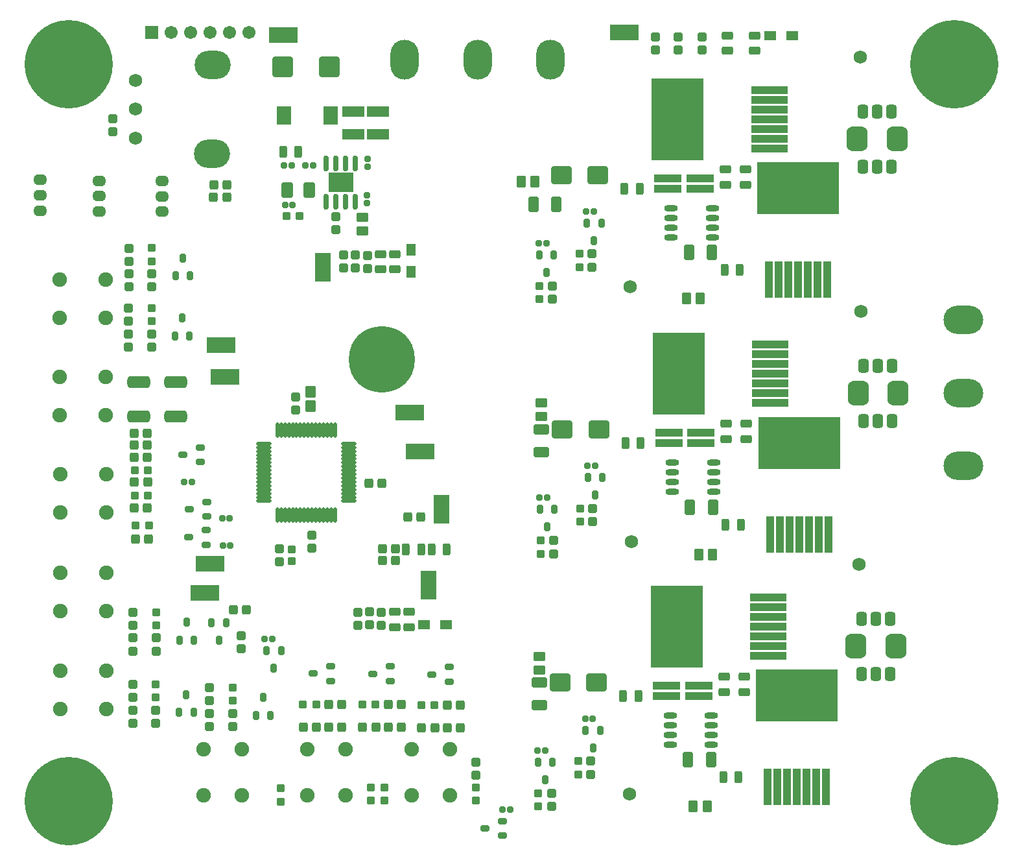
<source format=gts>
G04 Layer_Color=8388736*
%FSLAX25Y25*%
%MOIN*%
G70*
G01*
G75*
G04:AMPARAMS|DCode=87|XSize=39.5mil|YSize=39.5mil|CornerRadius=7.94mil|HoleSize=0mil|Usage=FLASHONLY|Rotation=270.000|XOffset=0mil|YOffset=0mil|HoleType=Round|Shape=RoundedRectangle|*
%AMROUNDEDRECTD87*
21,1,0.03950,0.02362,0,0,270.0*
21,1,0.02362,0.03950,0,0,270.0*
1,1,0.01587,-0.01181,-0.01181*
1,1,0.01587,-0.01181,0.01181*
1,1,0.01587,0.01181,0.01181*
1,1,0.01587,0.01181,-0.01181*
%
%ADD87ROUNDEDRECTD87*%
G04:AMPARAMS|DCode=88|XSize=31.62mil|YSize=47.37mil|CornerRadius=6.95mil|HoleSize=0mil|Usage=FLASHONLY|Rotation=180.000|XOffset=0mil|YOffset=0mil|HoleType=Round|Shape=RoundedRectangle|*
%AMROUNDEDRECTD88*
21,1,0.03162,0.03347,0,0,180.0*
21,1,0.01772,0.04737,0,0,180.0*
1,1,0.01391,-0.00886,0.01673*
1,1,0.01391,0.00886,0.01673*
1,1,0.01391,0.00886,-0.01673*
1,1,0.01391,-0.00886,-0.01673*
%
%ADD88ROUNDEDRECTD88*%
G04:AMPARAMS|DCode=89|XSize=63.12mil|YSize=47.37mil|CornerRadius=8.92mil|HoleSize=0mil|Usage=FLASHONLY|Rotation=0.000|XOffset=0mil|YOffset=0mil|HoleType=Round|Shape=RoundedRectangle|*
%AMROUNDEDRECTD89*
21,1,0.06312,0.02953,0,0,0.0*
21,1,0.04528,0.04737,0,0,0.0*
1,1,0.01784,0.02264,-0.01476*
1,1,0.01784,-0.02264,-0.01476*
1,1,0.01784,-0.02264,0.01476*
1,1,0.01784,0.02264,0.01476*
%
%ADD89ROUNDEDRECTD89*%
G04:AMPARAMS|DCode=90|XSize=31.62mil|YSize=31.62mil|CornerRadius=6.36mil|HoleSize=0mil|Usage=FLASHONLY|Rotation=180.000|XOffset=0mil|YOffset=0mil|HoleType=Round|Shape=RoundedRectangle|*
%AMROUNDEDRECTD90*
21,1,0.03162,0.01890,0,0,180.0*
21,1,0.01890,0.03162,0,0,180.0*
1,1,0.01272,-0.00945,0.00945*
1,1,0.01272,0.00945,0.00945*
1,1,0.01272,0.00945,-0.00945*
1,1,0.01272,-0.00945,-0.00945*
%
%ADD90ROUNDEDRECTD90*%
G04:AMPARAMS|DCode=91|XSize=47.37mil|YSize=43.43mil|CornerRadius=8.43mil|HoleSize=0mil|Usage=FLASHONLY|Rotation=180.000|XOffset=0mil|YOffset=0mil|HoleType=Round|Shape=RoundedRectangle|*
%AMROUNDEDRECTD91*
21,1,0.04737,0.02658,0,0,180.0*
21,1,0.03051,0.04343,0,0,180.0*
1,1,0.01686,-0.01526,0.01329*
1,1,0.01686,0.01526,0.01329*
1,1,0.01686,0.01526,-0.01329*
1,1,0.01686,-0.01526,-0.01329*
%
%ADD91ROUNDEDRECTD91*%
G04:AMPARAMS|DCode=92|XSize=47.37mil|YSize=43.43mil|CornerRadius=8.43mil|HoleSize=0mil|Usage=FLASHONLY|Rotation=270.000|XOffset=0mil|YOffset=0mil|HoleType=Round|Shape=RoundedRectangle|*
%AMROUNDEDRECTD92*
21,1,0.04737,0.02658,0,0,270.0*
21,1,0.03051,0.04343,0,0,270.0*
1,1,0.01686,-0.01329,-0.01526*
1,1,0.01686,-0.01329,0.01526*
1,1,0.01686,0.01329,0.01526*
1,1,0.01686,0.01329,-0.01526*
%
%ADD92ROUNDEDRECTD92*%
G04:AMPARAMS|DCode=93|XSize=39.5mil|YSize=39.5mil|CornerRadius=7.94mil|HoleSize=0mil|Usage=FLASHONLY|Rotation=180.000|XOffset=0mil|YOffset=0mil|HoleType=Round|Shape=RoundedRectangle|*
%AMROUNDEDRECTD93*
21,1,0.03950,0.02362,0,0,180.0*
21,1,0.02362,0.03950,0,0,180.0*
1,1,0.01587,-0.01181,0.01181*
1,1,0.01587,0.01181,0.01181*
1,1,0.01587,0.01181,-0.01181*
1,1,0.01587,-0.01181,-0.01181*
%
%ADD93ROUNDEDRECTD93*%
G04:AMPARAMS|DCode=94|XSize=31.62mil|YSize=47.37mil|CornerRadius=6.95mil|HoleSize=0mil|Usage=FLASHONLY|Rotation=90.000|XOffset=0mil|YOffset=0mil|HoleType=Round|Shape=RoundedRectangle|*
%AMROUNDEDRECTD94*
21,1,0.03162,0.03347,0,0,90.0*
21,1,0.01772,0.04737,0,0,90.0*
1,1,0.01391,0.01673,0.00886*
1,1,0.01391,0.01673,-0.00886*
1,1,0.01391,-0.01673,-0.00886*
1,1,0.01391,-0.01673,0.00886*
%
%ADD94ROUNDEDRECTD94*%
G04:AMPARAMS|DCode=95|XSize=106.42mil|YSize=94.61mil|CornerRadius=14.83mil|HoleSize=0mil|Usage=FLASHONLY|Rotation=0.000|XOffset=0mil|YOffset=0mil|HoleType=Round|Shape=RoundedRectangle|*
%AMROUNDEDRECTD95*
21,1,0.10642,0.06496,0,0,0.0*
21,1,0.07677,0.09461,0,0,0.0*
1,1,0.02965,0.03839,-0.03248*
1,1,0.02965,-0.03839,-0.03248*
1,1,0.02965,-0.03839,0.03248*
1,1,0.02965,0.03839,0.03248*
%
%ADD95ROUNDEDRECTD95*%
%ADD96O,0.02762X0.08274*%
%ADD97R,0.12605X0.09849*%
%ADD98R,0.07500X0.09500*%
G04:AMPARAMS|DCode=99|XSize=78.87mil|YSize=59.18mil|CornerRadius=10.4mil|HoleSize=0mil|Usage=FLASHONLY|Rotation=90.000|XOffset=0mil|YOffset=0mil|HoleType=Round|Shape=RoundedRectangle|*
%AMROUNDEDRECTD99*
21,1,0.07887,0.03839,0,0,90.0*
21,1,0.05807,0.05918,0,0,90.0*
1,1,0.02080,0.01919,0.02904*
1,1,0.02080,0.01919,-0.02904*
1,1,0.02080,-0.01919,-0.02904*
1,1,0.02080,-0.01919,0.02904*
%
%ADD99ROUNDEDRECTD99*%
G04:AMPARAMS|DCode=100|XSize=31.62mil|YSize=31.62mil|CornerRadius=6.36mil|HoleSize=0mil|Usage=FLASHONLY|Rotation=90.000|XOffset=0mil|YOffset=0mil|HoleType=Round|Shape=RoundedRectangle|*
%AMROUNDEDRECTD100*
21,1,0.03162,0.01890,0,0,90.0*
21,1,0.01890,0.03162,0,0,90.0*
1,1,0.01272,0.00945,0.00945*
1,1,0.01272,0.00945,-0.00945*
1,1,0.01272,-0.00945,-0.00945*
1,1,0.01272,-0.00945,0.00945*
%
%ADD100ROUNDEDRECTD100*%
G04:AMPARAMS|DCode=101|XSize=59.18mil|YSize=39.5mil|CornerRadius=7.94mil|HoleSize=0mil|Usage=FLASHONLY|Rotation=90.000|XOffset=0mil|YOffset=0mil|HoleType=Round|Shape=RoundedRectangle|*
%AMROUNDEDRECTD101*
21,1,0.05918,0.02362,0,0,90.0*
21,1,0.04331,0.03950,0,0,90.0*
1,1,0.01587,0.01181,0.02165*
1,1,0.01587,0.01181,-0.02165*
1,1,0.01587,-0.01181,-0.02165*
1,1,0.01587,-0.01181,0.02165*
%
%ADD101ROUNDEDRECTD101*%
%ADD102R,0.11400X0.05200*%
%ADD103R,0.42060X0.26540*%
%ADD104R,0.03950X0.18713*%
%ADD105O,0.07099X0.03162*%
%ADD106R,0.14186X0.04343*%
G04:AMPARAMS|DCode=107|XSize=59.18mil|YSize=39.5mil|CornerRadius=7.94mil|HoleSize=0mil|Usage=FLASHONLY|Rotation=180.000|XOffset=0mil|YOffset=0mil|HoleType=Round|Shape=RoundedRectangle|*
%AMROUNDEDRECTD107*
21,1,0.05918,0.02362,0,0,180.0*
21,1,0.04331,0.03950,0,0,180.0*
1,1,0.01587,-0.02165,0.01181*
1,1,0.01587,0.02165,0.01181*
1,1,0.01587,0.02165,-0.01181*
1,1,0.01587,-0.02165,-0.01181*
%
%ADD107ROUNDEDRECTD107*%
G04:AMPARAMS|DCode=108|XSize=78.87mil|YSize=53.28mil|CornerRadius=9.66mil|HoleSize=0mil|Usage=FLASHONLY|Rotation=0.000|XOffset=0mil|YOffset=0mil|HoleType=Round|Shape=RoundedRectangle|*
%AMROUNDEDRECTD108*
21,1,0.07887,0.03396,0,0,0.0*
21,1,0.05955,0.05328,0,0,0.0*
1,1,0.01932,0.02977,-0.01698*
1,1,0.01932,-0.02977,-0.01698*
1,1,0.01932,-0.02977,0.01698*
1,1,0.01932,0.02977,0.01698*
%
%ADD108ROUNDEDRECTD108*%
G04:AMPARAMS|DCode=109|XSize=78.87mil|YSize=53.28mil|CornerRadius=9.66mil|HoleSize=0mil|Usage=FLASHONLY|Rotation=270.000|XOffset=0mil|YOffset=0mil|HoleType=Round|Shape=RoundedRectangle|*
%AMROUNDEDRECTD109*
21,1,0.07887,0.03396,0,0,270.0*
21,1,0.05955,0.05328,0,0,270.0*
1,1,0.01932,-0.01698,-0.02977*
1,1,0.01932,-0.01698,0.02977*
1,1,0.01932,0.01698,0.02977*
1,1,0.01932,0.01698,-0.02977*
%
%ADD109ROUNDEDRECTD109*%
%ADD110O,0.01981X0.07887*%
%ADD111O,0.07887X0.01981*%
G04:AMPARAMS|DCode=112|XSize=126.11mil|YSize=106.42mil|CornerRadius=28.61mil|HoleSize=0mil|Usage=FLASHONLY|Rotation=90.000|XOffset=0mil|YOffset=0mil|HoleType=Round|Shape=RoundedRectangle|*
%AMROUNDEDRECTD112*
21,1,0.12611,0.04921,0,0,90.0*
21,1,0.06890,0.10642,0,0,90.0*
1,1,0.05721,0.02461,0.03445*
1,1,0.05721,0.02461,-0.03445*
1,1,0.05721,-0.02461,-0.03445*
1,1,0.05721,-0.02461,0.03445*
%
%ADD112ROUNDEDRECTD112*%
G04:AMPARAMS|DCode=113|XSize=70.99mil|YSize=55.24mil|CornerRadius=15.81mil|HoleSize=0mil|Usage=FLASHONLY|Rotation=270.000|XOffset=0mil|YOffset=0mil|HoleType=Round|Shape=RoundedRectangle|*
%AMROUNDEDRECTD113*
21,1,0.07099,0.02362,0,0,270.0*
21,1,0.03937,0.05524,0,0,270.0*
1,1,0.03162,-0.01181,-0.01969*
1,1,0.03162,-0.01181,0.01969*
1,1,0.03162,0.01181,0.01969*
1,1,0.03162,0.01181,-0.01969*
%
%ADD113ROUNDEDRECTD113*%
%ADD114R,0.06076X0.04737*%
%ADD115R,0.26540X0.42060*%
%ADD116R,0.18713X0.03950*%
%ADD117R,0.04737X0.06076*%
G04:AMPARAMS|DCode=118|XSize=63.12mil|YSize=47.37mil|CornerRadius=8.92mil|HoleSize=0mil|Usage=FLASHONLY|Rotation=90.000|XOffset=0mil|YOffset=0mil|HoleType=Round|Shape=RoundedRectangle|*
%AMROUNDEDRECTD118*
21,1,0.06312,0.02953,0,0,90.0*
21,1,0.04528,0.04737,0,0,90.0*
1,1,0.01784,0.01476,0.02264*
1,1,0.01784,0.01476,-0.02264*
1,1,0.01784,-0.01476,-0.02264*
1,1,0.01784,-0.01476,0.02264*
%
%ADD118ROUNDEDRECTD118*%
G04:AMPARAMS|DCode=119|XSize=55.24mil|YSize=61.15mil|CornerRadius=9.91mil|HoleSize=0mil|Usage=FLASHONLY|Rotation=180.000|XOffset=0mil|YOffset=0mil|HoleType=Round|Shape=RoundedRectangle|*
%AMROUNDEDRECTD119*
21,1,0.05524,0.04134,0,0,180.0*
21,1,0.03543,0.06115,0,0,180.0*
1,1,0.01981,-0.01772,0.02067*
1,1,0.01981,0.01772,0.02067*
1,1,0.01981,0.01772,-0.02067*
1,1,0.01981,-0.01772,-0.02067*
%
%ADD119ROUNDEDRECTD119*%
G04:AMPARAMS|DCode=120|XSize=117.65mil|YSize=63.12mil|CornerRadius=17.78mil|HoleSize=0mil|Usage=FLASHONLY|Rotation=0.000|XOffset=0mil|YOffset=0mil|HoleType=Round|Shape=RoundedRectangle|*
%AMROUNDEDRECTD120*
21,1,0.11765,0.02756,0,0,0.0*
21,1,0.08209,0.06312,0,0,0.0*
1,1,0.03556,0.04104,-0.01378*
1,1,0.03556,-0.04104,-0.01378*
1,1,0.03556,-0.04104,0.01378*
1,1,0.03556,0.04104,0.01378*
%
%ADD120ROUNDEDRECTD120*%
%ADD121R,0.07887X0.14579*%
%ADD122R,0.14579X0.07887*%
G04:AMPARAMS|DCode=123|XSize=104.46mil|YSize=108.39mil|CornerRadius=13.65mil|HoleSize=0mil|Usage=FLASHONLY|Rotation=90.000|XOffset=0mil|YOffset=0mil|HoleType=Round|Shape=RoundedRectangle|*
%AMROUNDEDRECTD123*
21,1,0.10446,0.08110,0,0,90.0*
21,1,0.07717,0.10839,0,0,90.0*
1,1,0.02729,0.04055,0.03858*
1,1,0.02729,0.04055,-0.03858*
1,1,0.02729,-0.04055,-0.03858*
1,1,0.02729,-0.04055,0.03858*
%
%ADD123ROUNDEDRECTD123*%
%ADD124C,0.06706*%
%ADD125R,0.06706X0.06706*%
%ADD126C,0.06800*%
%ADD127O,0.18517X0.14579*%
%ADD128C,0.07493*%
%ADD129O,0.20485X0.14579*%
%ADD130O,0.14579X0.20485*%
%ADD131C,0.45370*%
%ADD132C,0.34000*%
%ADD133O,0.07099X0.05524*%
D87*
X187600Y25500D02*
D03*
Y32193D02*
D03*
X67900Y302522D02*
D03*
Y309215D02*
D03*
X67700Y271800D02*
D03*
Y278493D02*
D03*
X70000Y115500D02*
D03*
Y122193D02*
D03*
X69800Y78400D02*
D03*
Y85093D02*
D03*
X109400Y76800D02*
D03*
Y83493D02*
D03*
X266600Y28993D02*
D03*
Y22300D02*
D03*
X287000Y45563D02*
D03*
Y38870D02*
D03*
X267700Y158900D02*
D03*
Y152207D02*
D03*
X288100Y175470D02*
D03*
Y168777D02*
D03*
X267249Y289647D02*
D03*
Y282954D02*
D03*
X287649Y306217D02*
D03*
Y299524D02*
D03*
X234600Y25354D02*
D03*
Y32046D02*
D03*
X180600Y25354D02*
D03*
Y32046D02*
D03*
X134200Y24854D02*
D03*
Y31547D02*
D03*
X139900Y148347D02*
D03*
Y154253D02*
D03*
D88*
X134340Y102528D02*
D03*
X126860D02*
D03*
X130600Y93472D02*
D03*
X83700Y303950D02*
D03*
X87440Y294895D02*
D03*
X79960D02*
D03*
X83500Y273228D02*
D03*
X87240Y264172D02*
D03*
X79760D02*
D03*
X85800Y116928D02*
D03*
X89540Y107872D02*
D03*
X82060D02*
D03*
X85600Y79828D02*
D03*
X89340Y70772D02*
D03*
X81860D02*
D03*
X125200Y78228D02*
D03*
X128940Y69172D02*
D03*
X121460D02*
D03*
X298372Y61489D02*
D03*
X290891D02*
D03*
X294632Y52434D02*
D03*
X273840Y45174D02*
D03*
X266360D02*
D03*
X270100Y36119D02*
D03*
X299472Y191396D02*
D03*
X291991D02*
D03*
X295731Y182341D02*
D03*
X274940Y175081D02*
D03*
X267460D02*
D03*
X271200Y166026D02*
D03*
X299021Y322143D02*
D03*
X291540D02*
D03*
X295280Y313087D02*
D03*
X274489Y305828D02*
D03*
X267009D02*
D03*
X270749Y296772D02*
D03*
X106040Y116728D02*
D03*
X98560D02*
D03*
X102300Y107672D02*
D03*
D89*
X176200Y318013D02*
D03*
Y325100D02*
D03*
X268080Y229643D02*
D03*
Y222557D02*
D03*
X267100Y99543D02*
D03*
Y92457D02*
D03*
D90*
X178700Y354900D02*
D03*
Y350963D02*
D03*
X178500Y336469D02*
D03*
Y332531D02*
D03*
D91*
X56100Y309115D02*
D03*
Y302422D02*
D03*
X67900Y289222D02*
D03*
Y295915D02*
D03*
X56100Y289222D02*
D03*
Y295915D02*
D03*
X55900Y278393D02*
D03*
Y271700D02*
D03*
X67700Y258500D02*
D03*
Y265193D02*
D03*
X55900Y258500D02*
D03*
Y265193D02*
D03*
X58200Y122093D02*
D03*
Y115400D02*
D03*
X70000Y102200D02*
D03*
Y108893D02*
D03*
X58200Y102200D02*
D03*
Y108893D02*
D03*
X58000Y84993D02*
D03*
Y78300D02*
D03*
X69800Y65100D02*
D03*
Y71793D02*
D03*
X58000Y65100D02*
D03*
Y71793D02*
D03*
X97600Y83393D02*
D03*
Y76700D02*
D03*
X109400Y63500D02*
D03*
Y70193D02*
D03*
X97600Y63500D02*
D03*
Y70193D02*
D03*
X162600Y325346D02*
D03*
Y318653D02*
D03*
X273300Y22300D02*
D03*
Y28993D02*
D03*
X293500Y38870D02*
D03*
Y45563D02*
D03*
X294600Y168777D02*
D03*
Y175470D02*
D03*
X274400Y152207D02*
D03*
Y158900D02*
D03*
X294149Y299524D02*
D03*
Y306217D02*
D03*
X273949Y282954D02*
D03*
Y289647D02*
D03*
X185900Y122146D02*
D03*
Y115454D02*
D03*
X179819Y122247D02*
D03*
Y115553D02*
D03*
X173702Y115454D02*
D03*
Y122146D02*
D03*
X172500Y305646D02*
D03*
Y298954D02*
D03*
X166300D02*
D03*
Y305646D02*
D03*
X178700Y305546D02*
D03*
Y298853D02*
D03*
X338349Y417846D02*
D03*
Y411154D02*
D03*
X326849D02*
D03*
Y417846D02*
D03*
X350849Y417846D02*
D03*
Y411154D02*
D03*
X234600Y38353D02*
D03*
Y45046D02*
D03*
X150200Y161646D02*
D03*
Y154954D02*
D03*
X141800Y225954D02*
D03*
Y232646D02*
D03*
X133600Y154647D02*
D03*
Y147953D02*
D03*
X47900Y369153D02*
D03*
Y375847D02*
D03*
X113700Y110170D02*
D03*
Y103477D02*
D03*
D92*
X145707Y63000D02*
D03*
X152400D02*
D03*
X165600Y74800D02*
D03*
X158907D02*
D03*
X165600Y63000D02*
D03*
X158907D02*
D03*
X176285Y62900D02*
D03*
X182978D02*
D03*
X196178Y74700D02*
D03*
X189485D02*
D03*
X196178Y62900D02*
D03*
X189485D02*
D03*
X206607Y62600D02*
D03*
X213300D02*
D03*
X226500Y74400D02*
D03*
X219807D02*
D03*
X226500Y62600D02*
D03*
X219807D02*
D03*
X109853Y123300D02*
D03*
X116546D02*
D03*
X66246Y159875D02*
D03*
X59553D02*
D03*
X58953Y188900D02*
D03*
X65646D02*
D03*
X58854Y175600D02*
D03*
X65547D02*
D03*
X179353Y188400D02*
D03*
X186047D02*
D03*
X186354Y154600D02*
D03*
X193046D02*
D03*
Y148595D02*
D03*
X186354D02*
D03*
X58891Y201600D02*
D03*
X65584D02*
D03*
X58892Y208000D02*
D03*
X65585D02*
D03*
X65584Y214200D02*
D03*
X58891D02*
D03*
X199453Y171200D02*
D03*
X206147D02*
D03*
X106400Y341700D02*
D03*
X99707D02*
D03*
X106300Y335400D02*
D03*
X99607D02*
D03*
D93*
X152300Y74800D02*
D03*
X145607D02*
D03*
X182878Y74700D02*
D03*
X176185D02*
D03*
X213200Y74400D02*
D03*
X206507D02*
D03*
X143793Y325700D02*
D03*
X137100D02*
D03*
X66300Y166700D02*
D03*
X59607D02*
D03*
X65893Y195100D02*
D03*
X59200D02*
D03*
X65900Y181900D02*
D03*
X59207D02*
D03*
D94*
X150872Y90600D02*
D03*
X159928Y94340D02*
D03*
Y86860D02*
D03*
X181450Y90500D02*
D03*
X190506Y94240D02*
D03*
Y86760D02*
D03*
X211772Y90200D02*
D03*
X220828Y93940D02*
D03*
Y86460D02*
D03*
X248128Y7360D02*
D03*
Y14840D02*
D03*
X239072Y11100D02*
D03*
X95928Y156860D02*
D03*
Y164340D02*
D03*
X86872Y160600D02*
D03*
X92728Y199260D02*
D03*
Y206740D02*
D03*
X83672Y203000D02*
D03*
X96028Y171260D02*
D03*
Y178740D02*
D03*
X86972Y175000D02*
D03*
D95*
X278300Y346800D02*
D03*
X297198D02*
D03*
X278751Y216054D02*
D03*
X297649D02*
D03*
X277651Y86146D02*
D03*
X296549D02*
D03*
D96*
X172500Y352743D02*
D03*
X167500D02*
D03*
X162500D02*
D03*
X157500D02*
D03*
Y333057D02*
D03*
X162500D02*
D03*
X167500D02*
D03*
X172500D02*
D03*
D97*
X165000Y342900D02*
D03*
D98*
X135700Y377400D02*
D03*
X159700D02*
D03*
D99*
X137391Y338900D02*
D03*
X148809D02*
D03*
D100*
X136331Y331500D02*
D03*
X140269D02*
D03*
X139669Y351700D02*
D03*
X135731D02*
D03*
X150669Y351695D02*
D03*
X146731D02*
D03*
X270069Y51147D02*
D03*
X266131D02*
D03*
X294568Y67461D02*
D03*
X290632D02*
D03*
X295669Y197369D02*
D03*
X291732D02*
D03*
X271168Y181053D02*
D03*
X267231D02*
D03*
X295217Y328115D02*
D03*
X291280D02*
D03*
X270717Y311800D02*
D03*
X266780D02*
D03*
X252037Y20700D02*
D03*
X248100D02*
D03*
X129668Y108300D02*
D03*
X125732D02*
D03*
X108268Y156500D02*
D03*
X104332D02*
D03*
X84531Y189053D02*
D03*
X88468D02*
D03*
X107919Y170400D02*
D03*
X103981D02*
D03*
D101*
X135363Y358800D02*
D03*
X143237D02*
D03*
X361663Y37272D02*
D03*
X369537D02*
D03*
X362763Y167179D02*
D03*
X370637D02*
D03*
X362312Y297925D02*
D03*
X370186D02*
D03*
X310226Y79146D02*
D03*
X318100D02*
D03*
X311326Y209053D02*
D03*
X319200D02*
D03*
X310875Y339800D02*
D03*
X318749D02*
D03*
X219537Y154500D02*
D03*
X211663D02*
D03*
X206337D02*
D03*
X198463D02*
D03*
D102*
X184000Y379400D02*
D03*
Y367600D02*
D03*
X171300Y379400D02*
D03*
Y367600D02*
D03*
D103*
X399600Y79284D02*
D03*
X400700Y209191D02*
D03*
X400249Y339938D02*
D03*
D104*
X414600Y32237D02*
D03*
X409600D02*
D03*
X404600D02*
D03*
X399600D02*
D03*
X394600D02*
D03*
X389600D02*
D03*
X384600D02*
D03*
X415700Y162144D02*
D03*
X410700D02*
D03*
X405700D02*
D03*
X400700D02*
D03*
X395700D02*
D03*
X390700D02*
D03*
X385700D02*
D03*
X415249Y292891D02*
D03*
X410249D02*
D03*
X405249D02*
D03*
X400249D02*
D03*
X395249D02*
D03*
X390249D02*
D03*
X385249D02*
D03*
D105*
X355553Y54146D02*
D03*
Y59146D02*
D03*
Y64147D02*
D03*
Y69147D02*
D03*
X334293Y54146D02*
D03*
Y59146D02*
D03*
Y64147D02*
D03*
Y69147D02*
D03*
X356653Y184054D02*
D03*
Y189053D02*
D03*
Y194053D02*
D03*
Y199054D02*
D03*
X335393Y184054D02*
D03*
Y189053D02*
D03*
Y194053D02*
D03*
Y199054D02*
D03*
X356202Y314800D02*
D03*
Y319800D02*
D03*
Y324800D02*
D03*
Y329800D02*
D03*
X334942Y314800D02*
D03*
Y319800D02*
D03*
Y324800D02*
D03*
Y329800D02*
D03*
D106*
X332600Y84406D02*
D03*
Y79091D02*
D03*
X349100Y84406D02*
D03*
Y79091D02*
D03*
X333700Y214313D02*
D03*
Y208998D02*
D03*
X350200Y214313D02*
D03*
Y208998D02*
D03*
X333249Y345060D02*
D03*
Y339745D02*
D03*
X349749Y345060D02*
D03*
Y339745D02*
D03*
D107*
X372423Y81209D02*
D03*
Y89083D02*
D03*
X373523Y211117D02*
D03*
Y218991D02*
D03*
X373072Y341863D02*
D03*
Y349737D02*
D03*
X363200Y211117D02*
D03*
Y218991D02*
D03*
X362749Y341863D02*
D03*
Y349737D02*
D03*
X362100Y81209D02*
D03*
Y89083D02*
D03*
X200200Y122337D02*
D03*
Y114463D02*
D03*
X192700Y122337D02*
D03*
Y114463D02*
D03*
X192800Y306137D02*
D03*
Y298263D02*
D03*
X185500Y306137D02*
D03*
Y298263D02*
D03*
X377849Y418437D02*
D03*
Y410563D02*
D03*
X363849Y418437D02*
D03*
Y410563D02*
D03*
D108*
X267100Y86206D02*
D03*
Y74395D02*
D03*
X268200Y216113D02*
D03*
Y204302D02*
D03*
D109*
X355306Y46300D02*
D03*
X343495D02*
D03*
X356405Y176207D02*
D03*
X344595D02*
D03*
X355954Y306954D02*
D03*
X344143D02*
D03*
X263995Y331600D02*
D03*
X275805D02*
D03*
D110*
X140310Y215850D02*
D03*
X142279D02*
D03*
X144247D02*
D03*
X146216D02*
D03*
X148184D02*
D03*
X150153D02*
D03*
X152121D02*
D03*
X154090D02*
D03*
X156058D02*
D03*
X158027D02*
D03*
X159995D02*
D03*
X161964D02*
D03*
X154090Y172150D02*
D03*
X152121D02*
D03*
X150153D02*
D03*
X148184D02*
D03*
X146216D02*
D03*
X144247D02*
D03*
X142279D02*
D03*
X140310D02*
D03*
X138342D02*
D03*
X136373D02*
D03*
X134405D02*
D03*
X132436D02*
D03*
X156058D02*
D03*
X158027D02*
D03*
X159995D02*
D03*
X161964D02*
D03*
X138342Y215850D02*
D03*
X136373D02*
D03*
X134405D02*
D03*
X132436D02*
D03*
D111*
X169050Y200890D02*
D03*
Y198921D02*
D03*
Y196953D02*
D03*
Y194984D02*
D03*
Y193016D02*
D03*
Y191047D02*
D03*
Y189079D02*
D03*
Y187110D02*
D03*
Y185142D02*
D03*
Y183173D02*
D03*
Y181205D02*
D03*
Y179236D02*
D03*
X125350Y187110D02*
D03*
Y189079D02*
D03*
Y191047D02*
D03*
Y193016D02*
D03*
Y194984D02*
D03*
Y196953D02*
D03*
Y198921D02*
D03*
Y200890D02*
D03*
Y202858D02*
D03*
Y204827D02*
D03*
Y206795D02*
D03*
Y208764D02*
D03*
Y185142D02*
D03*
Y183173D02*
D03*
Y181205D02*
D03*
Y179236D02*
D03*
X169050Y202858D02*
D03*
Y204827D02*
D03*
Y206795D02*
D03*
Y208764D02*
D03*
D112*
X450336Y104647D02*
D03*
X429864D02*
D03*
X451436Y234554D02*
D03*
X430964D02*
D03*
X450985Y365300D02*
D03*
X430513D02*
D03*
D113*
X432817Y118820D02*
D03*
X440100D02*
D03*
X447383D02*
D03*
Y90473D02*
D03*
X440100D02*
D03*
X432817D02*
D03*
X433917Y248727D02*
D03*
X441200D02*
D03*
X448484D02*
D03*
Y220380D02*
D03*
X441200D02*
D03*
X433917D02*
D03*
X433465Y379473D02*
D03*
X440749D02*
D03*
X448032D02*
D03*
Y351127D02*
D03*
X440749D02*
D03*
X433465D02*
D03*
D114*
X207691Y115800D02*
D03*
X219109D02*
D03*
X385640Y418500D02*
D03*
X397058D02*
D03*
D115*
X337628Y114812D02*
D03*
X338728Y244719D02*
D03*
X338276Y375465D02*
D03*
D116*
X384675Y129812D02*
D03*
Y124812D02*
D03*
Y119812D02*
D03*
Y114812D02*
D03*
Y109812D02*
D03*
Y104812D02*
D03*
Y99812D02*
D03*
X385775Y259719D02*
D03*
Y254719D02*
D03*
Y249719D02*
D03*
Y244719D02*
D03*
Y239719D02*
D03*
Y234719D02*
D03*
Y229719D02*
D03*
X385324Y390465D02*
D03*
Y385465D02*
D03*
Y380465D02*
D03*
Y375465D02*
D03*
Y370465D02*
D03*
Y365465D02*
D03*
Y360465D02*
D03*
D117*
X201200Y308409D02*
D03*
Y296991D02*
D03*
D118*
X356043Y151700D02*
D03*
X348957D02*
D03*
X257857Y343300D02*
D03*
X264943D02*
D03*
X349943Y283400D02*
D03*
X342857D02*
D03*
X353297Y22300D02*
D03*
X346210D02*
D03*
D119*
X149400Y235402D02*
D03*
Y227922D02*
D03*
D120*
X61178Y222642D02*
D03*
X80134D02*
D03*
Y240358D02*
D03*
X61178D02*
D03*
D121*
X155900Y299346D02*
D03*
X210200Y136100D02*
D03*
X216800Y174900D02*
D03*
D122*
X95000Y132100D02*
D03*
X97700Y147000D02*
D03*
X205900Y204700D02*
D03*
X200500Y224600D02*
D03*
X135300Y418700D02*
D03*
X310800Y420100D02*
D03*
X105600Y243000D02*
D03*
X103400Y259484D02*
D03*
D123*
X159009Y402400D02*
D03*
X135191D02*
D03*
D124*
X117800Y419900D02*
D03*
X107800D02*
D03*
X97800D02*
D03*
X87800D02*
D03*
X77800D02*
D03*
D125*
X67800D02*
D03*
D126*
X59530Y395398D02*
D03*
Y380635D02*
D03*
Y365871D02*
D03*
X431410Y146710D02*
D03*
X313300Y28600D02*
D03*
X432510Y276617D02*
D03*
X314400Y158507D02*
D03*
X432059Y407364D02*
D03*
X313949Y289253D02*
D03*
D127*
X98900Y357800D02*
D03*
X99130Y403469D02*
D03*
D128*
X114096Y28089D02*
D03*
X94411D02*
D03*
Y51711D02*
D03*
X114096D02*
D03*
X167585Y27978D02*
D03*
X147900D02*
D03*
Y51600D02*
D03*
X167585D02*
D03*
X221096Y28089D02*
D03*
X201411D02*
D03*
Y51711D02*
D03*
X221096D02*
D03*
X20589Y273404D02*
D03*
Y293089D02*
D03*
X44211D02*
D03*
Y273404D02*
D03*
X20589Y223404D02*
D03*
Y243089D02*
D03*
X44211D02*
D03*
Y223404D02*
D03*
X20689Y173304D02*
D03*
Y192989D02*
D03*
X44311D02*
D03*
Y173304D02*
D03*
X20689Y122804D02*
D03*
Y142489D02*
D03*
X44311D02*
D03*
Y122804D02*
D03*
X20689Y72404D02*
D03*
Y92089D02*
D03*
X44311D02*
D03*
Y72404D02*
D03*
D129*
X485000Y197320D02*
D03*
Y272280D02*
D03*
Y234800D02*
D03*
D130*
X235320Y406200D02*
D03*
X197839D02*
D03*
X272800D02*
D03*
D131*
X25000Y25000D02*
D03*
Y403600D02*
D03*
X480600D02*
D03*
Y25000D02*
D03*
D132*
X186200Y252000D02*
D03*
D133*
X40700Y336000D02*
D03*
Y328126D02*
D03*
Y343874D02*
D03*
X10300Y336400D02*
D03*
Y328526D02*
D03*
Y344274D02*
D03*
X73000Y335800D02*
D03*
Y327926D02*
D03*
Y343674D02*
D03*
M02*

</source>
